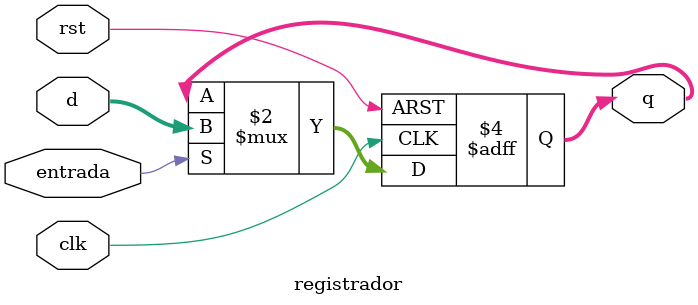
<source format=v>
module registrador (rst, clk, entrada, d, q);

input clk, rst, entrada;
input [3:0] d;
output reg [3:0] q; 

always @ (posedge clk, posedge rst)
begin 
  if (rst)
    begin
     q <= 4'd0;
	 end
  else if (entrada)
    begin
     q <= d;
	 end 
end 

endmodule 
</source>
